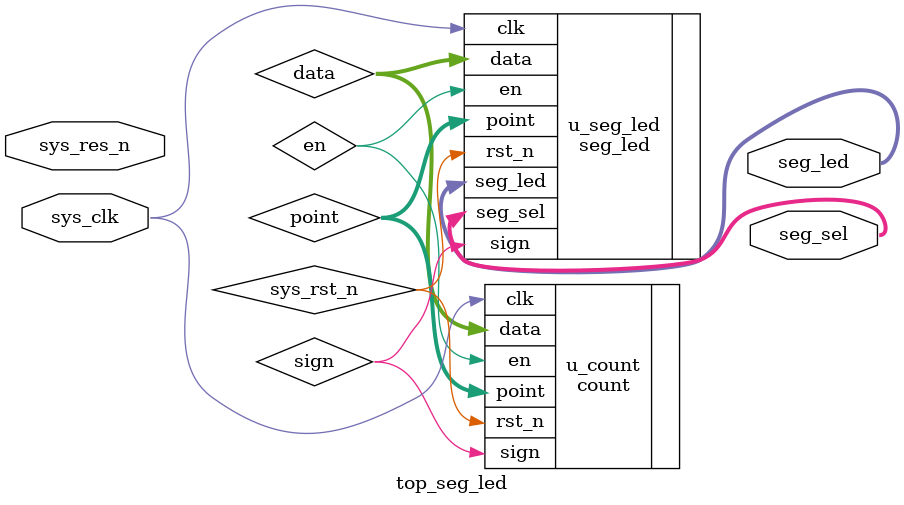
<source format=v>
module top_seg_led(
	input					sys_clk,				//系统时钟
	input					sys_res_n,			//系统复位
	
	output	[5:0]		seg_sel,				//数码管位选信号
	output	[7:0]		seg_led				//数码管段选信号
);

// wire define
wire		[19:0]		data;					//数码管显示的数值
wire     [ 5:0]		point;				//数码管小数点的位置
wire						en;					//数码管显示使能信号
wire						sign;					//数码管显示数据的符号位

//*****************************************************************				
// 									main code
//*****************************************************************

//计数器模块，产生数码管需要显示的数据
count u_count(
	.clk			(sys_clk  ),				//时钟信号
	.rst_n		(sys_rst_n),				//复位信号
	
	.data			(data		 ),				//6位数码管要显示的数值
	.point		(point	 ),				//小数点具体显示的位置，高电平有效
	.en 			(en		 ),				//数码管使能信号
	.sign			(sign		 )					//符号位
);

//数码管动态显示模块
seg_led u_seg_led(
	.clk			(sys_clk  ),				//时钟信号
	.rst_n		(sys_rst_n),				//复位信号
	
	.data			(data		 ),				//6位数码管要显示的数值
	.point		(point	 ),				//小数点具体显示的位置，高电平有效
	.en 			(en		 ),				//数码管使能信号
	.sign			(sign		 ),				//符号位，高电平显示负号
	
	.seg_sel		(seg_sel  ),				//位选
	.seg_led		(seg_led  )					//段选
);

endmodule

</source>
